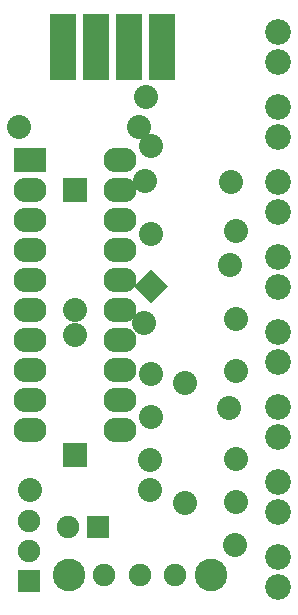
<source format=gbs>
G04 (created by PCBNEW-RS274X (2011-05-25)-stable) date Sun 14 Oct 2012 07:15:22 PM CDT*
G01*
G70*
G90*
%MOIN*%
G04 Gerber Fmt 3.4, Leading zero omitted, Abs format*
%FSLAX34Y34*%
G04 APERTURE LIST*
%ADD10C,0.006000*%
%ADD11R,0.075000X0.075000*%
%ADD12C,0.075000*%
%ADD13R,0.090000X0.220000*%
%ADD14R,0.110000X0.082000*%
%ADD15O,0.110000X0.082000*%
%ADD16C,0.080000*%
%ADD17R,0.080000X0.080000*%
%ADD18C,0.108600*%
%ADD19C,0.086000*%
G04 APERTURE END LIST*
G54D10*
G54D11*
X00700Y-18800D03*
G54D12*
X00700Y-17800D03*
X00700Y-16800D03*
G54D11*
X03000Y-17000D03*
G54D12*
X02000Y-17000D03*
G54D13*
X01850Y-01000D03*
X02950Y-01000D03*
X04050Y-01000D03*
X05150Y-01000D03*
G54D14*
X00750Y-04750D03*
G54D15*
X00750Y-05750D03*
X00750Y-06750D03*
X00750Y-07750D03*
X00750Y-08750D03*
X00750Y-09750D03*
X00750Y-10750D03*
X00750Y-11750D03*
X00750Y-12750D03*
X00750Y-13750D03*
X03750Y-13750D03*
X03750Y-12750D03*
X03750Y-11750D03*
X03750Y-10750D03*
X03750Y-09750D03*
X03750Y-08750D03*
X03750Y-07750D03*
X03750Y-06750D03*
X03750Y-05750D03*
X03750Y-04750D03*
G54D16*
X07439Y-05489D03*
X04611Y-02661D03*
X07614Y-07114D03*
X04786Y-04286D03*
X07414Y-08264D03*
X04586Y-05436D03*
X07614Y-10039D03*
X04786Y-07211D03*
X07364Y-13014D03*
X04536Y-10186D03*
X07589Y-14714D03*
X04761Y-11886D03*
X07589Y-16139D03*
X04761Y-13311D03*
X07564Y-17589D03*
X04736Y-14761D03*
X05900Y-12200D03*
X05900Y-16200D03*
X04750Y-15750D03*
X00750Y-15750D03*
X00375Y-03650D03*
X04375Y-03650D03*
G54D17*
X02250Y-14600D03*
G54D16*
X02250Y-10600D03*
G54D10*
G36*
X05327Y-08961D02*
X04761Y-09527D01*
X04195Y-08961D01*
X04761Y-08395D01*
X05327Y-08961D01*
X05327Y-08961D01*
G37*
G54D16*
X07589Y-11789D03*
G54D17*
X02250Y-05750D03*
G54D16*
X02250Y-09750D03*
G54D12*
X03219Y-18600D03*
X04400Y-18600D03*
X05581Y-18600D03*
G54D18*
X06762Y-18600D03*
X02038Y-18600D03*
G54D19*
X09000Y-01500D03*
X09000Y-00500D03*
X09000Y-04000D03*
X09000Y-03000D03*
X09000Y-06500D03*
X09000Y-05500D03*
X09000Y-09000D03*
X09000Y-08000D03*
X09000Y-11500D03*
X09000Y-10500D03*
X09000Y-14000D03*
X09000Y-13000D03*
X09000Y-16500D03*
X09000Y-15500D03*
X09000Y-19000D03*
X09000Y-18000D03*
M02*

</source>
